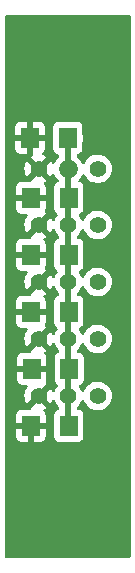
<source format=gbr>
%TF.GenerationSoftware,KiCad,Pcbnew,7.0.5-0*%
%TF.CreationDate,2024-07-23T14:26:58+02:00*%
%TF.ProjectId,JST_EH_2.5mm_ExtensionBoard,4a53545f-4548-45f3-922e-356d6d5f4578,rev?*%
%TF.SameCoordinates,Original*%
%TF.FileFunction,Copper,L2,Bot*%
%TF.FilePolarity,Positive*%
%FSLAX46Y46*%
G04 Gerber Fmt 4.6, Leading zero omitted, Abs format (unit mm)*
G04 Created by KiCad (PCBNEW 7.0.5-0) date 2024-07-23 14:26:58*
%MOMM*%
%LPD*%
G01*
G04 APERTURE LIST*
%TA.AperFunction,SMDPad,CuDef*%
%ADD10R,1.485014X1.727991*%
%TD*%
%TA.AperFunction,ComponentPad*%
%ADD11C,1.397000*%
%TD*%
%TA.AperFunction,Conductor*%
%ADD12C,0.500000*%
%TD*%
%TA.AperFunction,Conductor*%
%ADD13C,0.250000*%
%TD*%
%TA.AperFunction,Conductor*%
%ADD14C,1.500000*%
%TD*%
G04 APERTURE END LIST*
D10*
%TO.P,C8,2,2*%
%TO.N,/GND*%
X88069417Y-67818000D03*
%TO.P,C8,1,1*%
%TO.N,/12V*%
X91254583Y-67818000D03*
%TD*%
%TO.P,C7,1,1*%
%TO.N,/12V*%
X91186000Y-43434000D03*
%TO.P,C7,2,2*%
%TO.N,/GND*%
X88000834Y-43434000D03*
%TD*%
%TO.P,C6,1,1*%
%TO.N,/12V*%
X91323166Y-62992000D03*
%TO.P,C6,2,2*%
%TO.N,/GND*%
X88138000Y-62992000D03*
%TD*%
%TO.P,C5,2,2*%
%TO.N,/GND*%
X88069417Y-58166000D03*
%TO.P,C5,1,1*%
%TO.N,/12V*%
X91254583Y-58166000D03*
%TD*%
%TO.P,C4,2,2*%
%TO.N,/GND*%
X88069417Y-53340000D03*
%TO.P,C4,1,1*%
%TO.N,/12V*%
X91254583Y-53340000D03*
%TD*%
%TO.P,C2,2,2*%
%TO.N,/GND*%
X88069417Y-48514000D03*
%TO.P,C2,1,1*%
%TO.N,/12V*%
X91254583Y-48514000D03*
%TD*%
D11*
%TO.P,J5,1,1*%
%TO.N,/GND*%
X88726000Y-65278000D03*
%TO.P,J5,2,2*%
%TO.N,/12V*%
X91226000Y-65278000D03*
%TO.P,J5,3,3*%
%TO.N,/DATA*%
X93726000Y-65278000D03*
%TD*%
%TO.P,J4,1,1*%
%TO.N,/GND*%
X88726000Y-60452000D03*
%TO.P,J4,2,2*%
%TO.N,/12V*%
X91226000Y-60452000D03*
%TO.P,J4,3,3*%
%TO.N,/DATA*%
X93726000Y-60452000D03*
%TD*%
%TO.P,J3,1,1*%
%TO.N,/GND*%
X88726000Y-55626000D03*
%TO.P,J3,2,2*%
%TO.N,/12V*%
X91226000Y-55626000D03*
%TO.P,J3,3,3*%
%TO.N,/DATA*%
X93726000Y-55626000D03*
%TD*%
%TO.P,J2,1,1*%
%TO.N,/GND*%
X88726000Y-50800000D03*
%TO.P,J2,2,2*%
%TO.N,/12V*%
X91226000Y-50800000D03*
%TO.P,J2,3,3*%
%TO.N,/DATA*%
X93726000Y-50800000D03*
%TD*%
%TO.P,J1,1,1*%
%TO.N,/GND*%
X88726000Y-46053000D03*
%TO.P,J1,2,2*%
%TO.N,/12V*%
X91226000Y-46053000D03*
%TO.P,J1,3,3*%
%TO.N,/DATA*%
X93726000Y-46053000D03*
%TD*%
D12*
%TO.N,/12V*%
X91186000Y-43434000D02*
X91186000Y-67749417D01*
D13*
X91186000Y-67749417D02*
X91254583Y-67818000D01*
D14*
X91226000Y-43474000D02*
X91186000Y-43434000D01*
X91254583Y-46081583D02*
X91226000Y-46053000D01*
D13*
X91254583Y-43502583D02*
X91186000Y-43434000D01*
%TD*%
%TA.AperFunction,Conductor*%
%TO.N,/GND*%
G36*
X96462539Y-33040185D02*
G01*
X96508294Y-33092989D01*
X96519500Y-33144500D01*
X96519500Y-78869500D01*
X96499815Y-78936539D01*
X96447011Y-78982294D01*
X96395500Y-78993500D01*
X85976500Y-78993500D01*
X85909461Y-78973815D01*
X85863706Y-78921011D01*
X85852500Y-78869500D01*
X85852500Y-68068000D01*
X86826910Y-68068000D01*
X86826910Y-68729840D01*
X86833311Y-68789368D01*
X86833313Y-68789375D01*
X86883555Y-68924082D01*
X86883559Y-68924089D01*
X86969719Y-69039183D01*
X86969722Y-69039186D01*
X87084816Y-69125346D01*
X87084823Y-69125350D01*
X87219530Y-69175592D01*
X87219537Y-69175594D01*
X87279065Y-69181995D01*
X87279082Y-69181996D01*
X87819417Y-69181996D01*
X87819417Y-68068000D01*
X88319417Y-68068000D01*
X88319417Y-69181996D01*
X88859752Y-69181996D01*
X88859768Y-69181995D01*
X88919296Y-69175594D01*
X88919303Y-69175592D01*
X89054010Y-69125350D01*
X89054017Y-69125346D01*
X89169111Y-69039186D01*
X89169114Y-69039183D01*
X89255274Y-68924089D01*
X89255278Y-68924082D01*
X89305520Y-68789375D01*
X89305522Y-68789368D01*
X89311923Y-68729840D01*
X89311924Y-68729823D01*
X89311924Y-68068000D01*
X88319417Y-68068000D01*
X87819417Y-68068000D01*
X86826910Y-68068000D01*
X85852500Y-68068000D01*
X85852500Y-67568000D01*
X86826910Y-67568000D01*
X89311924Y-67568000D01*
X89311924Y-66906176D01*
X89311923Y-66906159D01*
X89305522Y-66846631D01*
X89305520Y-66846624D01*
X89255278Y-66711917D01*
X89255274Y-66711910D01*
X89169114Y-66596816D01*
X89167591Y-66595676D01*
X89166450Y-66594152D01*
X89162842Y-66590544D01*
X89163360Y-66590025D01*
X89125721Y-66539742D01*
X89120737Y-66470051D01*
X89154223Y-66408728D01*
X89197110Y-66380783D01*
X89262500Y-66355451D01*
X89262509Y-66355447D01*
X89378237Y-66283791D01*
X89378238Y-66283790D01*
X88809398Y-65714950D01*
X88858499Y-65707550D01*
X88979224Y-65649412D01*
X89077450Y-65558272D01*
X89144447Y-65442228D01*
X89162906Y-65361353D01*
X89733788Y-65932235D01*
X89733789Y-65932235D01*
X89749349Y-65911632D01*
X89749350Y-65911629D01*
X89848350Y-65712813D01*
X89848354Y-65712803D01*
X89856472Y-65684270D01*
X89893750Y-65625176D01*
X89957059Y-65595617D01*
X90026299Y-65604978D01*
X90079486Y-65650286D01*
X90095004Y-65684263D01*
X90103127Y-65712813D01*
X90103177Y-65712986D01*
X90103180Y-65712994D01*
X90202222Y-65911896D01*
X90336133Y-66089223D01*
X90395038Y-66142922D01*
X90431319Y-66202633D01*
X90435500Y-66234559D01*
X90435500Y-66362289D01*
X90415815Y-66429328D01*
X90363011Y-66475083D01*
X90354834Y-66478471D01*
X90269746Y-66510207D01*
X90269740Y-66510210D01*
X90154531Y-66596456D01*
X90154528Y-66596459D01*
X90068282Y-66711668D01*
X90068278Y-66711675D01*
X90017984Y-66846521D01*
X90011577Y-66906120D01*
X90011577Y-66906127D01*
X90011576Y-66906139D01*
X90011576Y-68729866D01*
X90011577Y-68729872D01*
X90017984Y-68789479D01*
X90068278Y-68924324D01*
X90068282Y-68924331D01*
X90154528Y-69039540D01*
X90154531Y-69039543D01*
X90269740Y-69125789D01*
X90269747Y-69125793D01*
X90404593Y-69176087D01*
X90404592Y-69176087D01*
X90411520Y-69176831D01*
X90464203Y-69182496D01*
X92044962Y-69182495D01*
X92104573Y-69176087D01*
X92239421Y-69125792D01*
X92354636Y-69039542D01*
X92440886Y-68924327D01*
X92491181Y-68789479D01*
X92497590Y-68729869D01*
X92497589Y-66906132D01*
X92491181Y-66846521D01*
X92440974Y-66711910D01*
X92440887Y-66711675D01*
X92440883Y-66711668D01*
X92354637Y-66596459D01*
X92354634Y-66596456D01*
X92239425Y-66510210D01*
X92239418Y-66510206D01*
X92104572Y-66459912D01*
X92104573Y-66459912D01*
X92047244Y-66453749D01*
X91982692Y-66427011D01*
X91942844Y-66369619D01*
X91936500Y-66330461D01*
X91936500Y-66307484D01*
X91956187Y-66240445D01*
X91976962Y-66215852D01*
X92115866Y-66089224D01*
X92115868Y-66089222D01*
X92249778Y-65911896D01*
X92348824Y-65712984D01*
X92356734Y-65685182D01*
X92394013Y-65626089D01*
X92457323Y-65596532D01*
X92526562Y-65605894D01*
X92579749Y-65651204D01*
X92595266Y-65685183D01*
X92603174Y-65712979D01*
X92603180Y-65712994D01*
X92702222Y-65911896D01*
X92836133Y-66089224D01*
X93000344Y-66238921D01*
X93000346Y-66238923D01*
X93189266Y-66355897D01*
X93189272Y-66355900D01*
X93205764Y-66362289D01*
X93396472Y-66436170D01*
X93614896Y-66477000D01*
X93614899Y-66477000D01*
X93837101Y-66477000D01*
X93837104Y-66477000D01*
X94055528Y-66436170D01*
X94262730Y-66355899D01*
X94451655Y-66238922D01*
X94615868Y-66089222D01*
X94749778Y-65911896D01*
X94848824Y-65712984D01*
X94909634Y-65499260D01*
X94930137Y-65278000D01*
X94909634Y-65056740D01*
X94848824Y-64843016D01*
X94749778Y-64644104D01*
X94615868Y-64466778D01*
X94615866Y-64466775D01*
X94451655Y-64317078D01*
X94451653Y-64317076D01*
X94262733Y-64200102D01*
X94262727Y-64200099D01*
X94155080Y-64158397D01*
X94055528Y-64119830D01*
X93837104Y-64079000D01*
X93614896Y-64079000D01*
X93396472Y-64119830D01*
X93346695Y-64139113D01*
X93189272Y-64200099D01*
X93189266Y-64200102D01*
X93000346Y-64317076D01*
X93000344Y-64317078D01*
X92836133Y-64466775D01*
X92702222Y-64644103D01*
X92603180Y-64843005D01*
X92603175Y-64843018D01*
X92595266Y-64870817D01*
X92557986Y-64929910D01*
X92494676Y-64959467D01*
X92425437Y-64950105D01*
X92372251Y-64904794D01*
X92356734Y-64870817D01*
X92350370Y-64848450D01*
X92348824Y-64843016D01*
X92249778Y-64644104D01*
X92159963Y-64525170D01*
X92135272Y-64459810D01*
X92149837Y-64391475D01*
X92199035Y-64341862D01*
X92215585Y-64334262D01*
X92308001Y-64299793D01*
X92308000Y-64299793D01*
X92308004Y-64299792D01*
X92423219Y-64213542D01*
X92509469Y-64098327D01*
X92559764Y-63963479D01*
X92566173Y-63903869D01*
X92566172Y-62080132D01*
X92559764Y-62020521D01*
X92509557Y-61885910D01*
X92509470Y-61885675D01*
X92509466Y-61885668D01*
X92423220Y-61770459D01*
X92423217Y-61770456D01*
X92308008Y-61684210D01*
X92308001Y-61684206D01*
X92173155Y-61633912D01*
X92173156Y-61633912D01*
X92113556Y-61627505D01*
X92113554Y-61627504D01*
X92113546Y-61627504D01*
X92113538Y-61627504D01*
X92060500Y-61627504D01*
X91993461Y-61607819D01*
X91947706Y-61555015D01*
X91936500Y-61503504D01*
X91936500Y-61481489D01*
X91956185Y-61414450D01*
X91976962Y-61389852D01*
X92115866Y-61263224D01*
X92115868Y-61263222D01*
X92249778Y-61085896D01*
X92348824Y-60886984D01*
X92356734Y-60859182D01*
X92394013Y-60800089D01*
X92457323Y-60770532D01*
X92526562Y-60779894D01*
X92579749Y-60825204D01*
X92595266Y-60859183D01*
X92603174Y-60886979D01*
X92603180Y-60886994D01*
X92702222Y-61085896D01*
X92836133Y-61263224D01*
X93000344Y-61412921D01*
X93000346Y-61412923D01*
X93189266Y-61529897D01*
X93189272Y-61529900D01*
X93218206Y-61541109D01*
X93396472Y-61610170D01*
X93614896Y-61651000D01*
X93614899Y-61651000D01*
X93837101Y-61651000D01*
X93837104Y-61651000D01*
X94055528Y-61610170D01*
X94262730Y-61529899D01*
X94451655Y-61412922D01*
X94615868Y-61263222D01*
X94749778Y-61085896D01*
X94848824Y-60886984D01*
X94909634Y-60673260D01*
X94930137Y-60452000D01*
X94909634Y-60230740D01*
X94848824Y-60017016D01*
X94749778Y-59818104D01*
X94615868Y-59640778D01*
X94615866Y-59640775D01*
X94451655Y-59491078D01*
X94451653Y-59491076D01*
X94262733Y-59374102D01*
X94262727Y-59374099D01*
X94155080Y-59332397D01*
X94055528Y-59293830D01*
X93837104Y-59253000D01*
X93614896Y-59253000D01*
X93396472Y-59293830D01*
X93346695Y-59313113D01*
X93189272Y-59374099D01*
X93189266Y-59374102D01*
X93000346Y-59491076D01*
X93000344Y-59491078D01*
X92836133Y-59640775D01*
X92702222Y-59818103D01*
X92603180Y-60017005D01*
X92603175Y-60017018D01*
X92595266Y-60044817D01*
X92557986Y-60103910D01*
X92494676Y-60133467D01*
X92425437Y-60124105D01*
X92372251Y-60078794D01*
X92356734Y-60044817D01*
X92350370Y-60022450D01*
X92348824Y-60017016D01*
X92249778Y-59818104D01*
X92144892Y-59679212D01*
X92120200Y-59613850D01*
X92134765Y-59545516D01*
X92183963Y-59495903D01*
X92200503Y-59488307D01*
X92239421Y-59473792D01*
X92354636Y-59387542D01*
X92440886Y-59272327D01*
X92491181Y-59137479D01*
X92497590Y-59077869D01*
X92497589Y-57254132D01*
X92491181Y-57194521D01*
X92440974Y-57059910D01*
X92440887Y-57059675D01*
X92440883Y-57059668D01*
X92354637Y-56944459D01*
X92354634Y-56944456D01*
X92239425Y-56858210D01*
X92239418Y-56858206D01*
X92104572Y-56807912D01*
X92104573Y-56807912D01*
X92047244Y-56801749D01*
X91982692Y-56775011D01*
X91942844Y-56717619D01*
X91936500Y-56678461D01*
X91936500Y-56655484D01*
X91956187Y-56588445D01*
X91976962Y-56563852D01*
X92115866Y-56437224D01*
X92115868Y-56437222D01*
X92249778Y-56259896D01*
X92348824Y-56060984D01*
X92356734Y-56033182D01*
X92394013Y-55974089D01*
X92457323Y-55944532D01*
X92526562Y-55953894D01*
X92579749Y-55999204D01*
X92595266Y-56033183D01*
X92603174Y-56060979D01*
X92603180Y-56060994D01*
X92702222Y-56259896D01*
X92836133Y-56437224D01*
X93000344Y-56586921D01*
X93000346Y-56586923D01*
X93189266Y-56703897D01*
X93189272Y-56703900D01*
X93205764Y-56710289D01*
X93396472Y-56784170D01*
X93614896Y-56825000D01*
X93614899Y-56825000D01*
X93837101Y-56825000D01*
X93837104Y-56825000D01*
X94055528Y-56784170D01*
X94262730Y-56703899D01*
X94451655Y-56586922D01*
X94615868Y-56437222D01*
X94749778Y-56259896D01*
X94848824Y-56060984D01*
X94909634Y-55847260D01*
X94930137Y-55626000D01*
X94909634Y-55404740D01*
X94848824Y-55191016D01*
X94749778Y-54992104D01*
X94615868Y-54814778D01*
X94615866Y-54814775D01*
X94451655Y-54665078D01*
X94451653Y-54665076D01*
X94262733Y-54548102D01*
X94262727Y-54548099D01*
X94155080Y-54506397D01*
X94055528Y-54467830D01*
X93837104Y-54427000D01*
X93614896Y-54427000D01*
X93396472Y-54467830D01*
X93346695Y-54487113D01*
X93189272Y-54548099D01*
X93189266Y-54548102D01*
X93000346Y-54665076D01*
X93000344Y-54665078D01*
X92836133Y-54814775D01*
X92702222Y-54992103D01*
X92603180Y-55191005D01*
X92603175Y-55191018D01*
X92595266Y-55218817D01*
X92557986Y-55277910D01*
X92494676Y-55307467D01*
X92425437Y-55298105D01*
X92372251Y-55252794D01*
X92356734Y-55218817D01*
X92350370Y-55196450D01*
X92348824Y-55191016D01*
X92249778Y-54992104D01*
X92144892Y-54853212D01*
X92120200Y-54787850D01*
X92134765Y-54719516D01*
X92183963Y-54669903D01*
X92200503Y-54662307D01*
X92239421Y-54647792D01*
X92354636Y-54561542D01*
X92440886Y-54446327D01*
X92491181Y-54311479D01*
X92497590Y-54251869D01*
X92497589Y-52428132D01*
X92491181Y-52368521D01*
X92440974Y-52233910D01*
X92440887Y-52233675D01*
X92440883Y-52233668D01*
X92354637Y-52118459D01*
X92354634Y-52118456D01*
X92239425Y-52032210D01*
X92239418Y-52032206D01*
X92104572Y-51981912D01*
X92104573Y-51981912D01*
X92047244Y-51975749D01*
X91982692Y-51949011D01*
X91942844Y-51891619D01*
X91936500Y-51852461D01*
X91936500Y-51829483D01*
X91956187Y-51762445D01*
X91976962Y-51737852D01*
X92115866Y-51611224D01*
X92115868Y-51611222D01*
X92249778Y-51433896D01*
X92348824Y-51234984D01*
X92356734Y-51207182D01*
X92394013Y-51148089D01*
X92457323Y-51118532D01*
X92526562Y-51127894D01*
X92579749Y-51173204D01*
X92595266Y-51207183D01*
X92603174Y-51234979D01*
X92603180Y-51234994D01*
X92702222Y-51433896D01*
X92836133Y-51611224D01*
X93000344Y-51760921D01*
X93000346Y-51760923D01*
X93189266Y-51877897D01*
X93189272Y-51877900D01*
X93205764Y-51884289D01*
X93396472Y-51958170D01*
X93614896Y-51999000D01*
X93614899Y-51999000D01*
X93837101Y-51999000D01*
X93837104Y-51999000D01*
X94055528Y-51958170D01*
X94262730Y-51877899D01*
X94451655Y-51760922D01*
X94615868Y-51611222D01*
X94749778Y-51433896D01*
X94848824Y-51234984D01*
X94909634Y-51021260D01*
X94930137Y-50800000D01*
X94909634Y-50578740D01*
X94848824Y-50365016D01*
X94749778Y-50166104D01*
X94615868Y-49988778D01*
X94615866Y-49988775D01*
X94451655Y-49839078D01*
X94451653Y-49839076D01*
X94262733Y-49722102D01*
X94262727Y-49722099D01*
X94155080Y-49680397D01*
X94055528Y-49641830D01*
X93837104Y-49601000D01*
X93614896Y-49601000D01*
X93396472Y-49641830D01*
X93346695Y-49661113D01*
X93189272Y-49722099D01*
X93189266Y-49722102D01*
X93000346Y-49839076D01*
X93000344Y-49839078D01*
X92836133Y-49988775D01*
X92702222Y-50166103D01*
X92603180Y-50365005D01*
X92603175Y-50365018D01*
X92595266Y-50392817D01*
X92557986Y-50451910D01*
X92494676Y-50481467D01*
X92425437Y-50472105D01*
X92372251Y-50426794D01*
X92356734Y-50392817D01*
X92350370Y-50370450D01*
X92348824Y-50365016D01*
X92249778Y-50166104D01*
X92144892Y-50027212D01*
X92120200Y-49961850D01*
X92134765Y-49893516D01*
X92183963Y-49843903D01*
X92200503Y-49836307D01*
X92239421Y-49821792D01*
X92354636Y-49735542D01*
X92440886Y-49620327D01*
X92491181Y-49485479D01*
X92497590Y-49425869D01*
X92497589Y-47602132D01*
X92491181Y-47542521D01*
X92440974Y-47407910D01*
X92440887Y-47407675D01*
X92440883Y-47407668D01*
X92354637Y-47292459D01*
X92354634Y-47292456D01*
X92239425Y-47206210D01*
X92239418Y-47206206D01*
X92172547Y-47181265D01*
X92116613Y-47139394D01*
X92092196Y-47073929D01*
X92107048Y-47005656D01*
X92132220Y-46973556D01*
X92181331Y-46928668D01*
X92317691Y-46749578D01*
X92416194Y-46556253D01*
X92464168Y-46505458D01*
X92531989Y-46488662D01*
X92598124Y-46511199D01*
X92637679Y-46557276D01*
X92702222Y-46686896D01*
X92836133Y-46864224D01*
X93000344Y-47013921D01*
X93000346Y-47013923D01*
X93189266Y-47130897D01*
X93189272Y-47130900D01*
X93202274Y-47135937D01*
X93396472Y-47211170D01*
X93614896Y-47252000D01*
X93614899Y-47252000D01*
X93837101Y-47252000D01*
X93837104Y-47252000D01*
X94055528Y-47211170D01*
X94262730Y-47130899D01*
X94451655Y-47013922D01*
X94615868Y-46864222D01*
X94749778Y-46686896D01*
X94848824Y-46487984D01*
X94909634Y-46274260D01*
X94930137Y-46053000D01*
X94909634Y-45831740D01*
X94848824Y-45618016D01*
X94835136Y-45590527D01*
X94771116Y-45461957D01*
X94749778Y-45419104D01*
X94615868Y-45241778D01*
X94615866Y-45241775D01*
X94451655Y-45092078D01*
X94451653Y-45092076D01*
X94262733Y-44975102D01*
X94262727Y-44975099D01*
X94155080Y-44933397D01*
X94055528Y-44894830D01*
X93837104Y-44854000D01*
X93614896Y-44854000D01*
X93396472Y-44894830D01*
X93347745Y-44913707D01*
X93189272Y-44975099D01*
X93189266Y-44975102D01*
X93000346Y-45092076D01*
X93000344Y-45092078D01*
X92836133Y-45241775D01*
X92702222Y-45419103D01*
X92622203Y-45579801D01*
X92574700Y-45631038D01*
X92507037Y-45648459D01*
X92440696Y-45626533D01*
X92398304Y-45575810D01*
X92346591Y-45461959D01*
X92346585Y-45461950D01*
X92218408Y-45276936D01*
X92218405Y-45276932D01*
X92218402Y-45276928D01*
X92070529Y-45129055D01*
X91981030Y-45054335D01*
X91942183Y-44996263D01*
X91936500Y-44959152D01*
X91936500Y-44913707D01*
X91956186Y-44846668D01*
X92008991Y-44800914D01*
X92031989Y-44793032D01*
X92035979Y-44792088D01*
X92035990Y-44792087D01*
X92170838Y-44741792D01*
X92286053Y-44655542D01*
X92372303Y-44540327D01*
X92422598Y-44405479D01*
X92429007Y-44345869D01*
X92429006Y-43834078D01*
X92434245Y-43798415D01*
X92456036Y-43725851D01*
X92481238Y-43502173D01*
X92474743Y-43405827D01*
X92466098Y-43277597D01*
X92466097Y-43277594D01*
X92466097Y-43277588D01*
X92432765Y-43145311D01*
X92429006Y-43115012D01*
X92429006Y-42522133D01*
X92429005Y-42522127D01*
X92429004Y-42522120D01*
X92422598Y-42462521D01*
X92372391Y-42327910D01*
X92372304Y-42327675D01*
X92372300Y-42327668D01*
X92286054Y-42212459D01*
X92286051Y-42212456D01*
X92170842Y-42126210D01*
X92170835Y-42126206D01*
X92035989Y-42075912D01*
X92035990Y-42075912D01*
X91976390Y-42069505D01*
X91976388Y-42069504D01*
X91976380Y-42069504D01*
X91976371Y-42069504D01*
X90395622Y-42069504D01*
X90395616Y-42069505D01*
X90336009Y-42075912D01*
X90201164Y-42126206D01*
X90201157Y-42126210D01*
X90085948Y-42212456D01*
X90085945Y-42212459D01*
X89999699Y-42327668D01*
X89999695Y-42327675D01*
X89949401Y-42462521D01*
X89942994Y-42522120D01*
X89942994Y-42522127D01*
X89942993Y-42522139D01*
X89942993Y-43293786D01*
X89942603Y-43300733D01*
X89930762Y-43405821D01*
X89930761Y-43405831D01*
X89937258Y-43502179D01*
X89942853Y-43585176D01*
X89942993Y-43589330D01*
X89942993Y-44345866D01*
X89942994Y-44345872D01*
X89949401Y-44405479D01*
X89999695Y-44540324D01*
X89999699Y-44540331D01*
X90085945Y-44655540D01*
X90085948Y-44655543D01*
X90201157Y-44741789D01*
X90201164Y-44741793D01*
X90246111Y-44758557D01*
X90336010Y-44792087D01*
X90336018Y-44792087D01*
X90340011Y-44793032D01*
X90342798Y-44794619D01*
X90343278Y-44794798D01*
X90343249Y-44794875D01*
X90400729Y-44827604D01*
X90433116Y-44889514D01*
X90435500Y-44913710D01*
X90435500Y-45026724D01*
X90415815Y-45093763D01*
X90395160Y-45118249D01*
X90363407Y-45147273D01*
X90299251Y-45205914D01*
X90162889Y-45385009D01*
X90081751Y-45544250D01*
X90065672Y-45575810D01*
X90058173Y-45590527D01*
X90056567Y-45589708D01*
X90018374Y-45638205D01*
X89952331Y-45661010D01*
X89884442Y-45644489D01*
X89836263Y-45593888D01*
X89835519Y-45592418D01*
X89749351Y-45419370D01*
X89749349Y-45419367D01*
X89733788Y-45398762D01*
X89165319Y-45967232D01*
X89164251Y-45952972D01*
X89115297Y-45828240D01*
X89031752Y-45723478D01*
X88921040Y-45647996D01*
X88811301Y-45614145D01*
X89378238Y-45047208D01*
X89262503Y-44975550D01*
X89262495Y-44975546D01*
X89082373Y-44905766D01*
X89026971Y-44863194D01*
X89003381Y-44797427D01*
X89019092Y-44729346D01*
X89052856Y-44690873D01*
X89100531Y-44655182D01*
X89186691Y-44540089D01*
X89186695Y-44540082D01*
X89236937Y-44405375D01*
X89236939Y-44405368D01*
X89243340Y-44345840D01*
X89243341Y-44345823D01*
X89243341Y-43684000D01*
X88250834Y-43684000D01*
X88250834Y-44817711D01*
X88260604Y-44835604D01*
X88255620Y-44905296D01*
X88213748Y-44961229D01*
X88194220Y-44972165D01*
X88194632Y-44972993D01*
X88189494Y-44975551D01*
X88073760Y-45047208D01*
X88642602Y-45616049D01*
X88593501Y-45623450D01*
X88472776Y-45681588D01*
X88374550Y-45772728D01*
X88307553Y-45888772D01*
X88289093Y-45969645D01*
X87718210Y-45398762D01*
X87702651Y-45419367D01*
X87702646Y-45419374D01*
X87603649Y-45618186D01*
X87603643Y-45618201D01*
X87542860Y-45831831D01*
X87542859Y-45831833D01*
X87522366Y-46052999D01*
X87522366Y-46053000D01*
X87542859Y-46274166D01*
X87542860Y-46274168D01*
X87603643Y-46487798D01*
X87603649Y-46487813D01*
X87702646Y-46686626D01*
X87702651Y-46686634D01*
X87718209Y-46707235D01*
X88286680Y-46138766D01*
X88287749Y-46153028D01*
X88336703Y-46277760D01*
X88420248Y-46382522D01*
X88530960Y-46458004D01*
X88640698Y-46491854D01*
X88057403Y-47075147D01*
X88056471Y-47080577D01*
X88009291Y-47132111D01*
X87945125Y-47150004D01*
X87279065Y-47150004D01*
X87219537Y-47156405D01*
X87219530Y-47156407D01*
X87084823Y-47206649D01*
X87084816Y-47206653D01*
X86969722Y-47292813D01*
X86969719Y-47292816D01*
X86883559Y-47407910D01*
X86883555Y-47407917D01*
X86833313Y-47542624D01*
X86833311Y-47542631D01*
X86826910Y-47602159D01*
X86826910Y-48264000D01*
X89311924Y-48264000D01*
X89311924Y-47602176D01*
X89311923Y-47602159D01*
X89305522Y-47542631D01*
X89305520Y-47542624D01*
X89255278Y-47407917D01*
X89255274Y-47407910D01*
X89193863Y-47325876D01*
X89169445Y-47260412D01*
X89184296Y-47192139D01*
X89233701Y-47142733D01*
X89248338Y-47135937D01*
X89262504Y-47130449D01*
X89262511Y-47130445D01*
X89378237Y-47058791D01*
X89378238Y-47058790D01*
X88809398Y-46489950D01*
X88858499Y-46482550D01*
X88979224Y-46424412D01*
X89077450Y-46333272D01*
X89144447Y-46217228D01*
X89162906Y-46136353D01*
X89733788Y-46707235D01*
X89733789Y-46707235D01*
X89749349Y-46686632D01*
X89749353Y-46686626D01*
X89837687Y-46509227D01*
X89885189Y-46457990D01*
X89952852Y-46440568D01*
X90019193Y-46462493D01*
X90061586Y-46513217D01*
X90133991Y-46672622D01*
X90133997Y-46672632D01*
X90262180Y-46857654D01*
X90381667Y-46977141D01*
X90415152Y-47038464D01*
X90410168Y-47108156D01*
X90368296Y-47164089D01*
X90337319Y-47181004D01*
X90269747Y-47206206D01*
X90269740Y-47206210D01*
X90154531Y-47292456D01*
X90154528Y-47292459D01*
X90068282Y-47407668D01*
X90068278Y-47407675D01*
X90017984Y-47542521D01*
X90011577Y-47602120D01*
X90011577Y-47602127D01*
X90011576Y-47602139D01*
X90011576Y-49425866D01*
X90011577Y-49425872D01*
X90017984Y-49485479D01*
X90068278Y-49620324D01*
X90068282Y-49620331D01*
X90154528Y-49735540D01*
X90154531Y-49735543D01*
X90269740Y-49821789D01*
X90277530Y-49826043D01*
X90276089Y-49828681D01*
X90319984Y-49861541D01*
X90344400Y-49927005D01*
X90329548Y-49995278D01*
X90319670Y-50010577D01*
X90202222Y-50166103D01*
X90103180Y-50365005D01*
X90103173Y-50365023D01*
X90095004Y-50393734D01*
X90057724Y-50452827D01*
X89994413Y-50482383D01*
X89925174Y-50473019D01*
X89871989Y-50427708D01*
X89856472Y-50393730D01*
X89848353Y-50365194D01*
X89848350Y-50365186D01*
X89749351Y-50166370D01*
X89749349Y-50166367D01*
X89733788Y-50145762D01*
X89165319Y-50714232D01*
X89164251Y-50699972D01*
X89115297Y-50575240D01*
X89031752Y-50470478D01*
X88921040Y-50394996D01*
X88811301Y-50361145D01*
X89378238Y-49794208D01*
X89378237Y-49794207D01*
X89312015Y-49753204D01*
X89265379Y-49701177D01*
X89254275Y-49632195D01*
X89261110Y-49604443D01*
X89305521Y-49485372D01*
X89305522Y-49485368D01*
X89311923Y-49425840D01*
X89311924Y-49425823D01*
X89311924Y-48764000D01*
X86826910Y-48764000D01*
X86826910Y-49425840D01*
X86833311Y-49485368D01*
X86833313Y-49485375D01*
X86883555Y-49620082D01*
X86883559Y-49620089D01*
X86969719Y-49735183D01*
X86969722Y-49735186D01*
X87084816Y-49821346D01*
X87084823Y-49821350D01*
X87219530Y-49871592D01*
X87219537Y-49871594D01*
X87279065Y-49877995D01*
X87279082Y-49877996D01*
X87671393Y-49877996D01*
X87738432Y-49897681D01*
X87784187Y-49950485D01*
X87794131Y-50019643D01*
X87770347Y-50076723D01*
X87702650Y-50166367D01*
X87603649Y-50365186D01*
X87603643Y-50365201D01*
X87542860Y-50578831D01*
X87542859Y-50578833D01*
X87522366Y-50799999D01*
X87522366Y-50800000D01*
X87542859Y-51021166D01*
X87542860Y-51021168D01*
X87603643Y-51234798D01*
X87603649Y-51234813D01*
X87702646Y-51433626D01*
X87702651Y-51433634D01*
X87718209Y-51454235D01*
X88286680Y-50885765D01*
X88287749Y-50900028D01*
X88336703Y-51024760D01*
X88420248Y-51129522D01*
X88530960Y-51205004D01*
X88640698Y-51238854D01*
X88073761Y-51805789D01*
X88077465Y-51837713D01*
X88065638Y-51906574D01*
X88018459Y-51958110D01*
X87954291Y-51976004D01*
X87279065Y-51976004D01*
X87219537Y-51982405D01*
X87219530Y-51982407D01*
X87084823Y-52032649D01*
X87084816Y-52032653D01*
X86969722Y-52118813D01*
X86969719Y-52118816D01*
X86883559Y-52233910D01*
X86883555Y-52233917D01*
X86833313Y-52368624D01*
X86833311Y-52368631D01*
X86826910Y-52428159D01*
X86826910Y-53090000D01*
X89311924Y-53090000D01*
X89311924Y-52428176D01*
X89311923Y-52428159D01*
X89305522Y-52368631D01*
X89305520Y-52368624D01*
X89255278Y-52233917D01*
X89255274Y-52233910D01*
X89169114Y-52118816D01*
X89167591Y-52117676D01*
X89166450Y-52116152D01*
X89162842Y-52112544D01*
X89163360Y-52112025D01*
X89125721Y-52061742D01*
X89120737Y-51992051D01*
X89154223Y-51930728D01*
X89197110Y-51902783D01*
X89262500Y-51877451D01*
X89262509Y-51877447D01*
X89378237Y-51805791D01*
X89378238Y-51805790D01*
X88809398Y-51236950D01*
X88858499Y-51229550D01*
X88979224Y-51171412D01*
X89077450Y-51080272D01*
X89144447Y-50964228D01*
X89162906Y-50883353D01*
X89733788Y-51454235D01*
X89733789Y-51454235D01*
X89749349Y-51433632D01*
X89749350Y-51433629D01*
X89848350Y-51234813D01*
X89848354Y-51234803D01*
X89856472Y-51206270D01*
X89893750Y-51147176D01*
X89957059Y-51117617D01*
X90026299Y-51126978D01*
X90079486Y-51172286D01*
X90095004Y-51206263D01*
X90103127Y-51234813D01*
X90103177Y-51234986D01*
X90103180Y-51234994D01*
X90202222Y-51433896D01*
X90336133Y-51611223D01*
X90395038Y-51664922D01*
X90431319Y-51724633D01*
X90435500Y-51756559D01*
X90435500Y-51884289D01*
X90415815Y-51951328D01*
X90363011Y-51997083D01*
X90354834Y-52000471D01*
X90269746Y-52032207D01*
X90269740Y-52032210D01*
X90154531Y-52118456D01*
X90154528Y-52118459D01*
X90068282Y-52233668D01*
X90068278Y-52233675D01*
X90017984Y-52368521D01*
X90011577Y-52428120D01*
X90011577Y-52428127D01*
X90011576Y-52428139D01*
X90011576Y-54251866D01*
X90011577Y-54251872D01*
X90017984Y-54311479D01*
X90068278Y-54446324D01*
X90068282Y-54446331D01*
X90154528Y-54561540D01*
X90154531Y-54561543D01*
X90269740Y-54647789D01*
X90277530Y-54652043D01*
X90276089Y-54654681D01*
X90319984Y-54687541D01*
X90344400Y-54753005D01*
X90329548Y-54821278D01*
X90319670Y-54836577D01*
X90202222Y-54992103D01*
X90103180Y-55191005D01*
X90103173Y-55191023D01*
X90095004Y-55219734D01*
X90057724Y-55278827D01*
X89994413Y-55308383D01*
X89925174Y-55299019D01*
X89871989Y-55253708D01*
X89856472Y-55219730D01*
X89848353Y-55191194D01*
X89848350Y-55191186D01*
X89749351Y-54992370D01*
X89749349Y-54992367D01*
X89733788Y-54971762D01*
X89165319Y-55540232D01*
X89164251Y-55525972D01*
X89115297Y-55401240D01*
X89031752Y-55296478D01*
X88921040Y-55220996D01*
X88811301Y-55187145D01*
X89378238Y-54620208D01*
X89378237Y-54620207D01*
X89312015Y-54579204D01*
X89265379Y-54527177D01*
X89254275Y-54458195D01*
X89261110Y-54430443D01*
X89305521Y-54311372D01*
X89305522Y-54311368D01*
X89311923Y-54251840D01*
X89311924Y-54251823D01*
X89311924Y-53590000D01*
X86826910Y-53590000D01*
X86826910Y-54251840D01*
X86833311Y-54311368D01*
X86833313Y-54311375D01*
X86883555Y-54446082D01*
X86883559Y-54446089D01*
X86969719Y-54561183D01*
X86969722Y-54561186D01*
X87084816Y-54647346D01*
X87084823Y-54647350D01*
X87219530Y-54697592D01*
X87219537Y-54697594D01*
X87279065Y-54703995D01*
X87279082Y-54703996D01*
X87671393Y-54703996D01*
X87738432Y-54723681D01*
X87784187Y-54776485D01*
X87794131Y-54845643D01*
X87770347Y-54902723D01*
X87702650Y-54992367D01*
X87603649Y-55191186D01*
X87603643Y-55191201D01*
X87542860Y-55404831D01*
X87542859Y-55404833D01*
X87522366Y-55625999D01*
X87522366Y-55626000D01*
X87542859Y-55847166D01*
X87542860Y-55847168D01*
X87603643Y-56060798D01*
X87603649Y-56060813D01*
X87702646Y-56259626D01*
X87702651Y-56259634D01*
X87718209Y-56280235D01*
X88286680Y-55711765D01*
X88287749Y-55726028D01*
X88336703Y-55850760D01*
X88420248Y-55955522D01*
X88530960Y-56031004D01*
X88640698Y-56064854D01*
X88073761Y-56631789D01*
X88077465Y-56663713D01*
X88065638Y-56732574D01*
X88018459Y-56784110D01*
X87954291Y-56802004D01*
X87279065Y-56802004D01*
X87219537Y-56808405D01*
X87219530Y-56808407D01*
X87084823Y-56858649D01*
X87084816Y-56858653D01*
X86969722Y-56944813D01*
X86969719Y-56944816D01*
X86883559Y-57059910D01*
X86883555Y-57059917D01*
X86833313Y-57194624D01*
X86833311Y-57194631D01*
X86826910Y-57254159D01*
X86826910Y-57916000D01*
X89311924Y-57916000D01*
X89311924Y-57254176D01*
X89311923Y-57254159D01*
X89305522Y-57194631D01*
X89305520Y-57194624D01*
X89255278Y-57059917D01*
X89255274Y-57059910D01*
X89169114Y-56944816D01*
X89167591Y-56943676D01*
X89166450Y-56942152D01*
X89162842Y-56938544D01*
X89163360Y-56938025D01*
X89125721Y-56887742D01*
X89120737Y-56818051D01*
X89154223Y-56756728D01*
X89197110Y-56728783D01*
X89262500Y-56703451D01*
X89262509Y-56703447D01*
X89378237Y-56631791D01*
X89378238Y-56631790D01*
X88809398Y-56062950D01*
X88858499Y-56055550D01*
X88979224Y-55997412D01*
X89077450Y-55906272D01*
X89144447Y-55790228D01*
X89162906Y-55709353D01*
X89733788Y-56280235D01*
X89733789Y-56280235D01*
X89749349Y-56259632D01*
X89749350Y-56259629D01*
X89848350Y-56060813D01*
X89848354Y-56060803D01*
X89856472Y-56032270D01*
X89893750Y-55973176D01*
X89957059Y-55943617D01*
X90026299Y-55952978D01*
X90079486Y-55998286D01*
X90095004Y-56032263D01*
X90103127Y-56060813D01*
X90103177Y-56060986D01*
X90103180Y-56060994D01*
X90202222Y-56259896D01*
X90336133Y-56437223D01*
X90395038Y-56490922D01*
X90431319Y-56550633D01*
X90435500Y-56582559D01*
X90435500Y-56710289D01*
X90415815Y-56777328D01*
X90363011Y-56823083D01*
X90354834Y-56826471D01*
X90269746Y-56858207D01*
X90269740Y-56858210D01*
X90154531Y-56944456D01*
X90154528Y-56944459D01*
X90068282Y-57059668D01*
X90068278Y-57059675D01*
X90017984Y-57194521D01*
X90011577Y-57254120D01*
X90011577Y-57254127D01*
X90011576Y-57254139D01*
X90011576Y-59077866D01*
X90011577Y-59077872D01*
X90017984Y-59137479D01*
X90068278Y-59272324D01*
X90068282Y-59272331D01*
X90154528Y-59387540D01*
X90154531Y-59387543D01*
X90269740Y-59473789D01*
X90277530Y-59478043D01*
X90276089Y-59480681D01*
X90319984Y-59513541D01*
X90344400Y-59579005D01*
X90329548Y-59647278D01*
X90319670Y-59662577D01*
X90202222Y-59818103D01*
X90103180Y-60017005D01*
X90103173Y-60017023D01*
X90095004Y-60045734D01*
X90057724Y-60104827D01*
X89994413Y-60134383D01*
X89925174Y-60125019D01*
X89871989Y-60079708D01*
X89856472Y-60045730D01*
X89848353Y-60017194D01*
X89848350Y-60017186D01*
X89749351Y-59818370D01*
X89749349Y-59818367D01*
X89733788Y-59797762D01*
X89165319Y-60366232D01*
X89164251Y-60351972D01*
X89115297Y-60227240D01*
X89031752Y-60122478D01*
X88921040Y-60046996D01*
X88811301Y-60013145D01*
X89378238Y-59446208D01*
X89378237Y-59446207D01*
X89312015Y-59405204D01*
X89265379Y-59353177D01*
X89254275Y-59284195D01*
X89261110Y-59256443D01*
X89305521Y-59137372D01*
X89305522Y-59137368D01*
X89311923Y-59077840D01*
X89311924Y-59077823D01*
X89311924Y-58416000D01*
X86826910Y-58416000D01*
X86826910Y-59077840D01*
X86833311Y-59137368D01*
X86833313Y-59137375D01*
X86883555Y-59272082D01*
X86883559Y-59272089D01*
X86969719Y-59387183D01*
X86969722Y-59387186D01*
X87084816Y-59473346D01*
X87084823Y-59473350D01*
X87219530Y-59523592D01*
X87219537Y-59523594D01*
X87279065Y-59529995D01*
X87279082Y-59529996D01*
X87671393Y-59529996D01*
X87738432Y-59549681D01*
X87784187Y-59602485D01*
X87794131Y-59671643D01*
X87770347Y-59728723D01*
X87702650Y-59818367D01*
X87603649Y-60017186D01*
X87603643Y-60017201D01*
X87542860Y-60230831D01*
X87542859Y-60230833D01*
X87522366Y-60451999D01*
X87522366Y-60452000D01*
X87542859Y-60673166D01*
X87542860Y-60673168D01*
X87603643Y-60886798D01*
X87603649Y-60886813D01*
X87702646Y-61085626D01*
X87702651Y-61085634D01*
X87718209Y-61106235D01*
X88286680Y-60537765D01*
X88287749Y-60552028D01*
X88336703Y-60676760D01*
X88420248Y-60781522D01*
X88530960Y-60857004D01*
X88640698Y-60890854D01*
X88073761Y-61457789D01*
X88077465Y-61489713D01*
X88065638Y-61558574D01*
X88018459Y-61610110D01*
X87954291Y-61628004D01*
X87347648Y-61628004D01*
X87288120Y-61634405D01*
X87288113Y-61634407D01*
X87153406Y-61684649D01*
X87153399Y-61684653D01*
X87038305Y-61770813D01*
X87038302Y-61770816D01*
X86952142Y-61885910D01*
X86952138Y-61885917D01*
X86901896Y-62020624D01*
X86901894Y-62020631D01*
X86895493Y-62080159D01*
X86895493Y-62742000D01*
X89380507Y-62742000D01*
X89380507Y-62080176D01*
X89380506Y-62080159D01*
X89374105Y-62020631D01*
X89374103Y-62020624D01*
X89323861Y-61885917D01*
X89323857Y-61885910D01*
X89237698Y-61770817D01*
X89212787Y-61752169D01*
X89170916Y-61696235D01*
X89165932Y-61626544D01*
X89199417Y-61565221D01*
X89242305Y-61537275D01*
X89262500Y-61529451D01*
X89262509Y-61529447D01*
X89378237Y-61457791D01*
X89378238Y-61457790D01*
X88809398Y-60888950D01*
X88858499Y-60881550D01*
X88979224Y-60823412D01*
X89077450Y-60732272D01*
X89144447Y-60616228D01*
X89162906Y-60535353D01*
X89733788Y-61106235D01*
X89733789Y-61106235D01*
X89749349Y-61085632D01*
X89749350Y-61085629D01*
X89848350Y-60886813D01*
X89848354Y-60886803D01*
X89856472Y-60858270D01*
X89893750Y-60799176D01*
X89957059Y-60769617D01*
X90026299Y-60778978D01*
X90079486Y-60824286D01*
X90095004Y-60858263D01*
X90103127Y-60886813D01*
X90103177Y-60886986D01*
X90103180Y-60886994D01*
X90202222Y-61085896D01*
X90336133Y-61263223D01*
X90395038Y-61316922D01*
X90431319Y-61376633D01*
X90435500Y-61408559D01*
X90435500Y-61561869D01*
X90415815Y-61628908D01*
X90363011Y-61674663D01*
X90354836Y-61678050D01*
X90338331Y-61684206D01*
X90338323Y-61684210D01*
X90223114Y-61770456D01*
X90223111Y-61770459D01*
X90136865Y-61885668D01*
X90136861Y-61885675D01*
X90086567Y-62020521D01*
X90080160Y-62080120D01*
X90080160Y-62080127D01*
X90080159Y-62080139D01*
X90080159Y-63903866D01*
X90080160Y-63903872D01*
X90086567Y-63963479D01*
X90136861Y-64098324D01*
X90136865Y-64098331D01*
X90170940Y-64143848D01*
X90223113Y-64213542D01*
X90318154Y-64284690D01*
X90360024Y-64340622D01*
X90365008Y-64410314D01*
X90338600Y-64461457D01*
X90339587Y-64462203D01*
X90202222Y-64644103D01*
X90103180Y-64843005D01*
X90103173Y-64843023D01*
X90095004Y-64871734D01*
X90057724Y-64930827D01*
X89994413Y-64960383D01*
X89925174Y-64951019D01*
X89871989Y-64905708D01*
X89856472Y-64871730D01*
X89848353Y-64843194D01*
X89848350Y-64843186D01*
X89749351Y-64644370D01*
X89749349Y-64644367D01*
X89733788Y-64623762D01*
X89165319Y-65192232D01*
X89164251Y-65177972D01*
X89115297Y-65053240D01*
X89031752Y-64948478D01*
X88921040Y-64872996D01*
X88811301Y-64839145D01*
X89378238Y-64272208D01*
X89378237Y-64272207D01*
X89366367Y-64264857D01*
X89319731Y-64212830D01*
X89308627Y-64143848D01*
X89322813Y-64100000D01*
X89323859Y-64098082D01*
X89374104Y-63963372D01*
X89374105Y-63963368D01*
X89380506Y-63903840D01*
X89380507Y-63903823D01*
X89380507Y-63242000D01*
X86895493Y-63242000D01*
X86895493Y-63903840D01*
X86901894Y-63963368D01*
X86901896Y-63963375D01*
X86952138Y-64098082D01*
X86952142Y-64098089D01*
X87038302Y-64213183D01*
X87038305Y-64213186D01*
X87153399Y-64299346D01*
X87153406Y-64299350D01*
X87288113Y-64349592D01*
X87288120Y-64349594D01*
X87347648Y-64355995D01*
X87347665Y-64355996D01*
X87671393Y-64355996D01*
X87738432Y-64375681D01*
X87784187Y-64428485D01*
X87794131Y-64497643D01*
X87770347Y-64554723D01*
X87702650Y-64644367D01*
X87603649Y-64843186D01*
X87603643Y-64843201D01*
X87542860Y-65056831D01*
X87542859Y-65056833D01*
X87522366Y-65277999D01*
X87522366Y-65278000D01*
X87542859Y-65499166D01*
X87542860Y-65499168D01*
X87603643Y-65712798D01*
X87603649Y-65712813D01*
X87702646Y-65911626D01*
X87702651Y-65911634D01*
X87718209Y-65932235D01*
X88286680Y-65363765D01*
X88287749Y-65378028D01*
X88336703Y-65502760D01*
X88420248Y-65607522D01*
X88530960Y-65683004D01*
X88640698Y-65716854D01*
X88073761Y-66283789D01*
X88077465Y-66315713D01*
X88065638Y-66384574D01*
X88018459Y-66436110D01*
X87954291Y-66454004D01*
X87279065Y-66454004D01*
X87219537Y-66460405D01*
X87219530Y-66460407D01*
X87084823Y-66510649D01*
X87084816Y-66510653D01*
X86969722Y-66596813D01*
X86969719Y-66596816D01*
X86883559Y-66711910D01*
X86883555Y-66711917D01*
X86833313Y-66846624D01*
X86833311Y-66846631D01*
X86826910Y-66906159D01*
X86826910Y-67568000D01*
X85852500Y-67568000D01*
X85852500Y-43684000D01*
X86758327Y-43684000D01*
X86758327Y-44345840D01*
X86764728Y-44405368D01*
X86764730Y-44405375D01*
X86814972Y-44540082D01*
X86814976Y-44540089D01*
X86901136Y-44655183D01*
X86901139Y-44655186D01*
X87016233Y-44741346D01*
X87016240Y-44741350D01*
X87150947Y-44791592D01*
X87150954Y-44791594D01*
X87210482Y-44797995D01*
X87210499Y-44797996D01*
X87750834Y-44797996D01*
X87750834Y-43684000D01*
X86758327Y-43684000D01*
X85852500Y-43684000D01*
X85852500Y-43184000D01*
X86758327Y-43184000D01*
X87750834Y-43184000D01*
X87750834Y-42070004D01*
X88250834Y-42070004D01*
X88250834Y-43184000D01*
X89243341Y-43184000D01*
X89243341Y-42522176D01*
X89243340Y-42522159D01*
X89236939Y-42462631D01*
X89236937Y-42462624D01*
X89186695Y-42327917D01*
X89186691Y-42327910D01*
X89100531Y-42212816D01*
X89100528Y-42212813D01*
X88985434Y-42126653D01*
X88985427Y-42126649D01*
X88850720Y-42076407D01*
X88850713Y-42076405D01*
X88791185Y-42070004D01*
X88250834Y-42070004D01*
X87750834Y-42070004D01*
X87210482Y-42070004D01*
X87150954Y-42076405D01*
X87150947Y-42076407D01*
X87016240Y-42126649D01*
X87016233Y-42126653D01*
X86901139Y-42212813D01*
X86901136Y-42212816D01*
X86814976Y-42327910D01*
X86814972Y-42327917D01*
X86764730Y-42462624D01*
X86764728Y-42462631D01*
X86758327Y-42522159D01*
X86758327Y-43184000D01*
X85852500Y-43184000D01*
X85852500Y-33144500D01*
X85872185Y-33077461D01*
X85924989Y-33031706D01*
X85976500Y-33020500D01*
X96395500Y-33020500D01*
X96462539Y-33040185D01*
G37*
%TD.AperFunction*%
%TD*%
M02*

</source>
